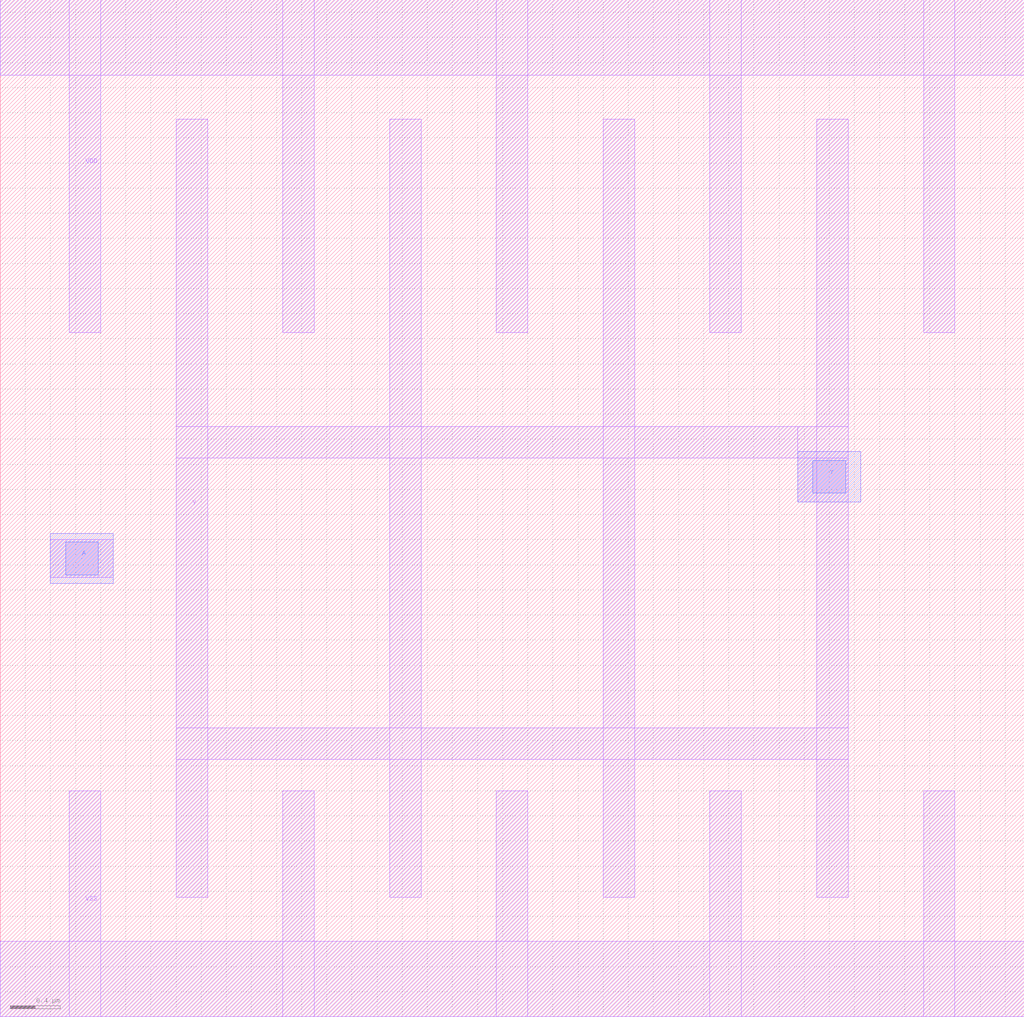
<source format=lef>
# Copyright 2022 Google LLC
# Licensed under the Apache License, Version 2.0 (the "License");
# you may not use this file except in compliance with the License.
# You may obtain a copy of the License at
#
#      http://www.apache.org/licenses/LICENSE-2.0
#
# Unless required by applicable law or agreed to in writing, software
# distributed under the License is distributed on an "AS IS" BASIS,
# WITHOUT WARRANTIES OR CONDITIONS OF ANY KIND, either express or implied.
# See the License for the specific language governing permissions and
# limitations under the License.
VERSION 5.7 ;
BUSBITCHARS "[]" ;
DIVIDERCHAR "/" ;

MACRO gf180mcu_osu_sc_12T_inv_8
  CLASS CORE ;
  ORIGIN 0 0 ;
  FOREIGN gf180mcu_osu_sc_12T_inv_8 0 0 ;
  SIZE 8.15 BY 8.1 ;
  SYMMETRY X Y ;
  SITE GF180_3p3_12t ;
  PIN VDD
    DIRECTION INOUT ;
    USE POWER ;
    SHAPE ABUTMENT ;
    PORT
      LAYER MET1 ;
        RECT 0 7.5 8.15 8.1 ;
        RECT 7.35 5.45 7.6 8.1 ;
        RECT 5.65 5.45 5.9 8.1 ;
        RECT 3.95 5.45 4.2 8.1 ;
        RECT 2.25 5.45 2.5 8.1 ;
        RECT 0.55 5.45 0.8 8.1 ;
    END
  END VDD
  PIN VSS
    DIRECTION INOUT ;
    USE GROUND ;
    PORT
      LAYER MET1 ;
        RECT 0 0 8.15 0.6 ;
        RECT 7.35 0 7.6 1.8 ;
        RECT 5.65 0 5.9 1.8 ;
        RECT 3.95 0 4.2 1.8 ;
        RECT 2.25 0 2.5 1.8 ;
        RECT 0.55 0 0.8 1.8 ;
    END
  END VSS
  PIN A
    DIRECTION INPUT ;
    USE SIGNAL ;
    PORT
      LAYER MET1 ;
        RECT 0.4 3.5 0.9 3.8 ;
      LAYER MET2 ;
        RECT 0.4 3.45 0.9 3.85 ;
      LAYER VIA12 ;
        RECT 0.52 3.52 0.78 3.78 ;
    END
  END A
  PIN Y
    DIRECTION OUTPUT ;
    USE SIGNAL ;
    PORT
      LAYER MET1 ;
        RECT 6.5 0.95 6.75 7.15 ;
        RECT 1.4 4.45 6.75 4.7 ;
        RECT 6.35 4.1 6.75 4.7 ;
        RECT 1.4 2.05 6.75 2.3 ;
        RECT 4.8 0.95 5.05 7.15 ;
        RECT 3.1 0.95 3.35 7.15 ;
        RECT 1.4 0.95 1.65 7.15 ;
      LAYER MET2 ;
        RECT 6.35 4.1 6.85 4.5 ;
      LAYER VIA12 ;
        RECT 6.47 4.17 6.73 4.43 ;
    END
  END Y
END gf180mcu_osu_sc_12T_inv_8

</source>
